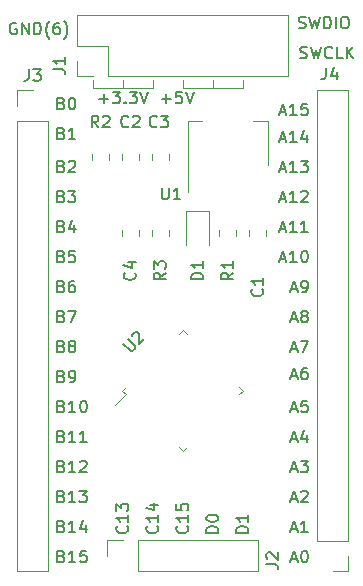
<source format=gbr>
G04 #@! TF.GenerationSoftware,KiCad,Pcbnew,(5.1.0)-1*
G04 #@! TF.CreationDate,2019-04-26T16:32:53+08:00*
G04 #@! TF.ProjectId,stm32,73746d33-322e-46b6-9963-61645f706362,rev?*
G04 #@! TF.SameCoordinates,Original*
G04 #@! TF.FileFunction,Legend,Top*
G04 #@! TF.FilePolarity,Positive*
%FSLAX46Y46*%
G04 Gerber Fmt 4.6, Leading zero omitted, Abs format (unit mm)*
G04 Created by KiCad (PCBNEW (5.1.0)-1) date 2019-04-26 16:32:53*
%MOMM*%
%LPD*%
G04 APERTURE LIST*
%ADD10C,0.150000*%
%ADD11C,0.120000*%
G04 APERTURE END LIST*
D10*
X137747523Y-76112666D02*
X138223714Y-76112666D01*
X137652285Y-76398380D02*
X137985619Y-75398380D01*
X138318952Y-76398380D01*
X139176095Y-76398380D02*
X138604666Y-76398380D01*
X138890380Y-76398380D02*
X138890380Y-75398380D01*
X138795142Y-75541238D01*
X138699904Y-75636476D01*
X138604666Y-75684095D01*
X140080857Y-75398380D02*
X139604666Y-75398380D01*
X139557047Y-75874571D01*
X139604666Y-75826952D01*
X139699904Y-75779333D01*
X139938000Y-75779333D01*
X140033238Y-75826952D01*
X140080857Y-75874571D01*
X140128476Y-75969809D01*
X140128476Y-76207904D01*
X140080857Y-76303142D01*
X140033238Y-76350761D01*
X139938000Y-76398380D01*
X139699904Y-76398380D01*
X139604666Y-76350761D01*
X139557047Y-76303142D01*
X137747523Y-78398666D02*
X138223714Y-78398666D01*
X137652285Y-78684380D02*
X137985619Y-77684380D01*
X138318952Y-78684380D01*
X139176095Y-78684380D02*
X138604666Y-78684380D01*
X138890380Y-78684380D02*
X138890380Y-77684380D01*
X138795142Y-77827238D01*
X138699904Y-77922476D01*
X138604666Y-77970095D01*
X140033238Y-78017714D02*
X140033238Y-78684380D01*
X139795142Y-77636761D02*
X139557047Y-78351047D01*
X140176095Y-78351047D01*
X137747523Y-80938666D02*
X138223714Y-80938666D01*
X137652285Y-81224380D02*
X137985619Y-80224380D01*
X138318952Y-81224380D01*
X139176095Y-81224380D02*
X138604666Y-81224380D01*
X138890380Y-81224380D02*
X138890380Y-80224380D01*
X138795142Y-80367238D01*
X138699904Y-80462476D01*
X138604666Y-80510095D01*
X139509428Y-80224380D02*
X140128476Y-80224380D01*
X139795142Y-80605333D01*
X139938000Y-80605333D01*
X140033238Y-80652952D01*
X140080857Y-80700571D01*
X140128476Y-80795809D01*
X140128476Y-81033904D01*
X140080857Y-81129142D01*
X140033238Y-81176761D01*
X139938000Y-81224380D01*
X139652285Y-81224380D01*
X139557047Y-81176761D01*
X139509428Y-81129142D01*
X137747523Y-83478666D02*
X138223714Y-83478666D01*
X137652285Y-83764380D02*
X137985619Y-82764380D01*
X138318952Y-83764380D01*
X139176095Y-83764380D02*
X138604666Y-83764380D01*
X138890380Y-83764380D02*
X138890380Y-82764380D01*
X138795142Y-82907238D01*
X138699904Y-83002476D01*
X138604666Y-83050095D01*
X139557047Y-82859619D02*
X139604666Y-82812000D01*
X139699904Y-82764380D01*
X139938000Y-82764380D01*
X140033238Y-82812000D01*
X140080857Y-82859619D01*
X140128476Y-82954857D01*
X140128476Y-83050095D01*
X140080857Y-83192952D01*
X139509428Y-83764380D01*
X140128476Y-83764380D01*
X137747523Y-86018666D02*
X138223714Y-86018666D01*
X137652285Y-86304380D02*
X137985619Y-85304380D01*
X138318952Y-86304380D01*
X139176095Y-86304380D02*
X138604666Y-86304380D01*
X138890380Y-86304380D02*
X138890380Y-85304380D01*
X138795142Y-85447238D01*
X138699904Y-85542476D01*
X138604666Y-85590095D01*
X140128476Y-86304380D02*
X139557047Y-86304380D01*
X139842761Y-86304380D02*
X139842761Y-85304380D01*
X139747523Y-85447238D01*
X139652285Y-85542476D01*
X139557047Y-85590095D01*
X137747523Y-88558666D02*
X138223714Y-88558666D01*
X137652285Y-88844380D02*
X137985619Y-87844380D01*
X138318952Y-88844380D01*
X139176095Y-88844380D02*
X138604666Y-88844380D01*
X138890380Y-88844380D02*
X138890380Y-87844380D01*
X138795142Y-87987238D01*
X138699904Y-88082476D01*
X138604666Y-88130095D01*
X139795142Y-87844380D02*
X139890380Y-87844380D01*
X139985619Y-87892000D01*
X140033238Y-87939619D01*
X140080857Y-88034857D01*
X140128476Y-88225333D01*
X140128476Y-88463428D01*
X140080857Y-88653904D01*
X140033238Y-88749142D01*
X139985619Y-88796761D01*
X139890380Y-88844380D01*
X139795142Y-88844380D01*
X139699904Y-88796761D01*
X139652285Y-88749142D01*
X139604666Y-88653904D01*
X139557047Y-88463428D01*
X139557047Y-88225333D01*
X139604666Y-88034857D01*
X139652285Y-87939619D01*
X139699904Y-87892000D01*
X139795142Y-87844380D01*
X138699905Y-91098666D02*
X139176095Y-91098666D01*
X138604667Y-91384380D02*
X138938000Y-90384380D01*
X139271333Y-91384380D01*
X139652286Y-91384380D02*
X139842762Y-91384380D01*
X139938000Y-91336761D01*
X139985619Y-91289142D01*
X140080857Y-91146285D01*
X140128476Y-90955809D01*
X140128476Y-90574857D01*
X140080857Y-90479619D01*
X140033238Y-90432000D01*
X139938000Y-90384380D01*
X139747524Y-90384380D01*
X139652286Y-90432000D01*
X139604667Y-90479619D01*
X139557048Y-90574857D01*
X139557048Y-90812952D01*
X139604667Y-90908190D01*
X139652286Y-90955809D01*
X139747524Y-91003428D01*
X139938000Y-91003428D01*
X140033238Y-90955809D01*
X140080857Y-90908190D01*
X140128476Y-90812952D01*
X138699905Y-93638666D02*
X139176095Y-93638666D01*
X138604667Y-93924380D02*
X138938000Y-92924380D01*
X139271333Y-93924380D01*
X139747524Y-93352952D02*
X139652286Y-93305333D01*
X139604667Y-93257714D01*
X139557048Y-93162476D01*
X139557048Y-93114857D01*
X139604667Y-93019619D01*
X139652286Y-92972000D01*
X139747524Y-92924380D01*
X139938000Y-92924380D01*
X140033238Y-92972000D01*
X140080857Y-93019619D01*
X140128476Y-93114857D01*
X140128476Y-93162476D01*
X140080857Y-93257714D01*
X140033238Y-93305333D01*
X139938000Y-93352952D01*
X139747524Y-93352952D01*
X139652286Y-93400571D01*
X139604667Y-93448190D01*
X139557048Y-93543428D01*
X139557048Y-93733904D01*
X139604667Y-93829142D01*
X139652286Y-93876761D01*
X139747524Y-93924380D01*
X139938000Y-93924380D01*
X140033238Y-93876761D01*
X140080857Y-93829142D01*
X140128476Y-93733904D01*
X140128476Y-93543428D01*
X140080857Y-93448190D01*
X140033238Y-93400571D01*
X139938000Y-93352952D01*
X138699905Y-96178666D02*
X139176095Y-96178666D01*
X138604667Y-96464380D02*
X138938000Y-95464380D01*
X139271333Y-96464380D01*
X139509429Y-95464380D02*
X140176095Y-95464380D01*
X139747524Y-96464380D01*
X138699905Y-98464666D02*
X139176095Y-98464666D01*
X138604667Y-98750380D02*
X138938000Y-97750380D01*
X139271333Y-98750380D01*
X140033238Y-97750380D02*
X139842762Y-97750380D01*
X139747524Y-97798000D01*
X139699905Y-97845619D01*
X139604667Y-97988476D01*
X139557048Y-98178952D01*
X139557048Y-98559904D01*
X139604667Y-98655142D01*
X139652286Y-98702761D01*
X139747524Y-98750380D01*
X139938000Y-98750380D01*
X140033238Y-98702761D01*
X140080857Y-98655142D01*
X140128476Y-98559904D01*
X140128476Y-98321809D01*
X140080857Y-98226571D01*
X140033238Y-98178952D01*
X139938000Y-98131333D01*
X139747524Y-98131333D01*
X139652286Y-98178952D01*
X139604667Y-98226571D01*
X139557048Y-98321809D01*
X138699905Y-101258666D02*
X139176095Y-101258666D01*
X138604667Y-101544380D02*
X138938000Y-100544380D01*
X139271333Y-101544380D01*
X140080857Y-100544380D02*
X139604667Y-100544380D01*
X139557048Y-101020571D01*
X139604667Y-100972952D01*
X139699905Y-100925333D01*
X139938000Y-100925333D01*
X140033238Y-100972952D01*
X140080857Y-101020571D01*
X140128476Y-101115809D01*
X140128476Y-101353904D01*
X140080857Y-101449142D01*
X140033238Y-101496761D01*
X139938000Y-101544380D01*
X139699905Y-101544380D01*
X139604667Y-101496761D01*
X139557048Y-101449142D01*
X138699905Y-103798666D02*
X139176095Y-103798666D01*
X138604667Y-104084380D02*
X138938000Y-103084380D01*
X139271333Y-104084380D01*
X140033238Y-103417714D02*
X140033238Y-104084380D01*
X139795143Y-103036761D02*
X139557048Y-103751047D01*
X140176095Y-103751047D01*
X138699905Y-106338666D02*
X139176095Y-106338666D01*
X138604667Y-106624380D02*
X138938000Y-105624380D01*
X139271333Y-106624380D01*
X139509429Y-105624380D02*
X140128476Y-105624380D01*
X139795143Y-106005333D01*
X139938000Y-106005333D01*
X140033238Y-106052952D01*
X140080857Y-106100571D01*
X140128476Y-106195809D01*
X140128476Y-106433904D01*
X140080857Y-106529142D01*
X140033238Y-106576761D01*
X139938000Y-106624380D01*
X139652286Y-106624380D01*
X139557048Y-106576761D01*
X139509429Y-106529142D01*
X138699905Y-108878666D02*
X139176095Y-108878666D01*
X138604667Y-109164380D02*
X138938000Y-108164380D01*
X139271333Y-109164380D01*
X139557048Y-108259619D02*
X139604667Y-108212000D01*
X139699905Y-108164380D01*
X139938000Y-108164380D01*
X140033238Y-108212000D01*
X140080857Y-108259619D01*
X140128476Y-108354857D01*
X140128476Y-108450095D01*
X140080857Y-108592952D01*
X139509429Y-109164380D01*
X140128476Y-109164380D01*
X138699905Y-111418666D02*
X139176095Y-111418666D01*
X138604667Y-111704380D02*
X138938000Y-110704380D01*
X139271333Y-111704380D01*
X140128476Y-111704380D02*
X139557048Y-111704380D01*
X139842762Y-111704380D02*
X139842762Y-110704380D01*
X139747524Y-110847238D01*
X139652286Y-110942476D01*
X139557048Y-110990095D01*
X138699905Y-113958666D02*
X139176095Y-113958666D01*
X138604667Y-114244380D02*
X138938000Y-113244380D01*
X139271333Y-114244380D01*
X139795143Y-113244380D02*
X139890381Y-113244380D01*
X139985619Y-113292000D01*
X140033238Y-113339619D01*
X140080857Y-113434857D01*
X140128476Y-113625333D01*
X140128476Y-113863428D01*
X140080857Y-114053904D01*
X140033238Y-114149142D01*
X139985619Y-114196761D01*
X139890381Y-114244380D01*
X139795143Y-114244380D01*
X139699905Y-114196761D01*
X139652286Y-114149142D01*
X139604667Y-114053904D01*
X139557048Y-113863428D01*
X139557048Y-113625333D01*
X139604667Y-113434857D01*
X139652286Y-113339619D01*
X139699905Y-113292000D01*
X139795143Y-113244380D01*
X129897142Y-111164666D02*
X129944761Y-111212285D01*
X129992380Y-111355142D01*
X129992380Y-111450380D01*
X129944761Y-111593237D01*
X129849523Y-111688475D01*
X129754285Y-111736094D01*
X129563809Y-111783713D01*
X129420952Y-111783713D01*
X129230476Y-111736094D01*
X129135238Y-111688475D01*
X129040000Y-111593237D01*
X128992380Y-111450380D01*
X128992380Y-111355142D01*
X129040000Y-111212285D01*
X129087619Y-111164666D01*
X129992380Y-110212285D02*
X129992380Y-110783713D01*
X129992380Y-110497999D02*
X128992380Y-110497999D01*
X129135238Y-110593237D01*
X129230476Y-110688475D01*
X129278095Y-110783713D01*
X128992380Y-109307523D02*
X128992380Y-109783713D01*
X129468571Y-109831332D01*
X129420952Y-109783713D01*
X129373333Y-109688475D01*
X129373333Y-109450380D01*
X129420952Y-109355142D01*
X129468571Y-109307523D01*
X129563809Y-109259904D01*
X129801904Y-109259904D01*
X129897142Y-109307523D01*
X129944761Y-109355142D01*
X129992380Y-109450380D01*
X129992380Y-109688475D01*
X129944761Y-109783713D01*
X129897142Y-109831332D01*
X127357142Y-111164666D02*
X127404761Y-111212285D01*
X127452380Y-111355142D01*
X127452380Y-111450380D01*
X127404761Y-111593237D01*
X127309523Y-111688475D01*
X127214285Y-111736094D01*
X127023809Y-111783713D01*
X126880952Y-111783713D01*
X126690476Y-111736094D01*
X126595238Y-111688475D01*
X126500000Y-111593237D01*
X126452380Y-111450380D01*
X126452380Y-111355142D01*
X126500000Y-111212285D01*
X126547619Y-111164666D01*
X127452380Y-110212285D02*
X127452380Y-110783713D01*
X127452380Y-110497999D02*
X126452380Y-110497999D01*
X126595238Y-110593237D01*
X126690476Y-110688475D01*
X126738095Y-110783713D01*
X126785714Y-109355142D02*
X127452380Y-109355142D01*
X126404761Y-109593237D02*
X127119047Y-109831332D01*
X127119047Y-109212285D01*
X124817142Y-111164666D02*
X124864761Y-111212285D01*
X124912380Y-111355142D01*
X124912380Y-111450380D01*
X124864761Y-111593237D01*
X124769523Y-111688475D01*
X124674285Y-111736094D01*
X124483809Y-111783713D01*
X124340952Y-111783713D01*
X124150476Y-111736094D01*
X124055238Y-111688475D01*
X123960000Y-111593237D01*
X123912380Y-111450380D01*
X123912380Y-111355142D01*
X123960000Y-111212285D01*
X124007619Y-111164666D01*
X124912380Y-110212285D02*
X124912380Y-110783713D01*
X124912380Y-110497999D02*
X123912380Y-110497999D01*
X124055238Y-110593237D01*
X124150476Y-110688475D01*
X124198095Y-110783713D01*
X123912380Y-109878951D02*
X123912380Y-109259904D01*
X124293333Y-109593237D01*
X124293333Y-109450380D01*
X124340952Y-109355142D01*
X124388571Y-109307523D01*
X124483809Y-109259904D01*
X124721904Y-109259904D01*
X124817142Y-109307523D01*
X124864761Y-109355142D01*
X124912380Y-109450380D01*
X124912380Y-109736094D01*
X124864761Y-109831332D01*
X124817142Y-109878951D01*
X135072380Y-111736095D02*
X134072380Y-111736095D01*
X134072380Y-111498000D01*
X134120000Y-111355142D01*
X134215238Y-111259904D01*
X134310476Y-111212285D01*
X134500952Y-111164666D01*
X134643809Y-111164666D01*
X134834285Y-111212285D01*
X134929523Y-111259904D01*
X135024761Y-111355142D01*
X135072380Y-111498000D01*
X135072380Y-111736095D01*
X135072380Y-110212285D02*
X135072380Y-110783714D01*
X135072380Y-110498000D02*
X134072380Y-110498000D01*
X134215238Y-110593238D01*
X134310476Y-110688476D01*
X134358095Y-110783714D01*
X132532380Y-111736095D02*
X131532380Y-111736095D01*
X131532380Y-111498000D01*
X131580000Y-111355142D01*
X131675238Y-111259904D01*
X131770476Y-111212285D01*
X131960952Y-111164666D01*
X132103809Y-111164666D01*
X132294285Y-111212285D01*
X132389523Y-111259904D01*
X132484761Y-111355142D01*
X132532380Y-111498000D01*
X132532380Y-111736095D01*
X131532380Y-110545619D02*
X131532380Y-110450380D01*
X131580000Y-110355142D01*
X131627619Y-110307523D01*
X131722857Y-110259904D01*
X131913333Y-110212285D01*
X132151428Y-110212285D01*
X132341904Y-110259904D01*
X132437142Y-110307523D01*
X132484761Y-110355142D01*
X132532380Y-110450380D01*
X132532380Y-110545619D01*
X132484761Y-110640857D01*
X132437142Y-110688476D01*
X132341904Y-110736095D01*
X132151428Y-110783714D01*
X131913333Y-110783714D01*
X131722857Y-110736095D01*
X131627619Y-110688476D01*
X131580000Y-110640857D01*
X131532380Y-110545619D01*
X119261047Y-113720571D02*
X119403904Y-113768190D01*
X119451523Y-113815809D01*
X119499142Y-113911047D01*
X119499142Y-114053904D01*
X119451523Y-114149142D01*
X119403904Y-114196761D01*
X119308666Y-114244380D01*
X118927714Y-114244380D01*
X118927714Y-113244380D01*
X119261047Y-113244380D01*
X119356285Y-113292000D01*
X119403904Y-113339619D01*
X119451523Y-113434857D01*
X119451523Y-113530095D01*
X119403904Y-113625333D01*
X119356285Y-113672952D01*
X119261047Y-113720571D01*
X118927714Y-113720571D01*
X120451523Y-114244380D02*
X119880095Y-114244380D01*
X120165809Y-114244380D02*
X120165809Y-113244380D01*
X120070571Y-113387238D01*
X119975333Y-113482476D01*
X119880095Y-113530095D01*
X121356285Y-113244380D02*
X120880095Y-113244380D01*
X120832476Y-113720571D01*
X120880095Y-113672952D01*
X120975333Y-113625333D01*
X121213428Y-113625333D01*
X121308666Y-113672952D01*
X121356285Y-113720571D01*
X121403904Y-113815809D01*
X121403904Y-114053904D01*
X121356285Y-114149142D01*
X121308666Y-114196761D01*
X121213428Y-114244380D01*
X120975333Y-114244380D01*
X120880095Y-114196761D01*
X120832476Y-114149142D01*
X119261047Y-111180571D02*
X119403904Y-111228190D01*
X119451523Y-111275809D01*
X119499142Y-111371047D01*
X119499142Y-111513904D01*
X119451523Y-111609142D01*
X119403904Y-111656761D01*
X119308666Y-111704380D01*
X118927714Y-111704380D01*
X118927714Y-110704380D01*
X119261047Y-110704380D01*
X119356285Y-110752000D01*
X119403904Y-110799619D01*
X119451523Y-110894857D01*
X119451523Y-110990095D01*
X119403904Y-111085333D01*
X119356285Y-111132952D01*
X119261047Y-111180571D01*
X118927714Y-111180571D01*
X120451523Y-111704380D02*
X119880095Y-111704380D01*
X120165809Y-111704380D02*
X120165809Y-110704380D01*
X120070571Y-110847238D01*
X119975333Y-110942476D01*
X119880095Y-110990095D01*
X121308666Y-111037714D02*
X121308666Y-111704380D01*
X121070571Y-110656761D02*
X120832476Y-111371047D01*
X121451523Y-111371047D01*
X119261047Y-108640571D02*
X119403904Y-108688190D01*
X119451523Y-108735809D01*
X119499142Y-108831047D01*
X119499142Y-108973904D01*
X119451523Y-109069142D01*
X119403904Y-109116761D01*
X119308666Y-109164380D01*
X118927714Y-109164380D01*
X118927714Y-108164380D01*
X119261047Y-108164380D01*
X119356285Y-108212000D01*
X119403904Y-108259619D01*
X119451523Y-108354857D01*
X119451523Y-108450095D01*
X119403904Y-108545333D01*
X119356285Y-108592952D01*
X119261047Y-108640571D01*
X118927714Y-108640571D01*
X120451523Y-109164380D02*
X119880095Y-109164380D01*
X120165809Y-109164380D02*
X120165809Y-108164380D01*
X120070571Y-108307238D01*
X119975333Y-108402476D01*
X119880095Y-108450095D01*
X120784857Y-108164380D02*
X121403904Y-108164380D01*
X121070571Y-108545333D01*
X121213428Y-108545333D01*
X121308666Y-108592952D01*
X121356285Y-108640571D01*
X121403904Y-108735809D01*
X121403904Y-108973904D01*
X121356285Y-109069142D01*
X121308666Y-109116761D01*
X121213428Y-109164380D01*
X120927714Y-109164380D01*
X120832476Y-109116761D01*
X120784857Y-109069142D01*
X119261047Y-106100571D02*
X119403904Y-106148190D01*
X119451523Y-106195809D01*
X119499142Y-106291047D01*
X119499142Y-106433904D01*
X119451523Y-106529142D01*
X119403904Y-106576761D01*
X119308666Y-106624380D01*
X118927714Y-106624380D01*
X118927714Y-105624380D01*
X119261047Y-105624380D01*
X119356285Y-105672000D01*
X119403904Y-105719619D01*
X119451523Y-105814857D01*
X119451523Y-105910095D01*
X119403904Y-106005333D01*
X119356285Y-106052952D01*
X119261047Y-106100571D01*
X118927714Y-106100571D01*
X120451523Y-106624380D02*
X119880095Y-106624380D01*
X120165809Y-106624380D02*
X120165809Y-105624380D01*
X120070571Y-105767238D01*
X119975333Y-105862476D01*
X119880095Y-105910095D01*
X120832476Y-105719619D02*
X120880095Y-105672000D01*
X120975333Y-105624380D01*
X121213428Y-105624380D01*
X121308666Y-105672000D01*
X121356285Y-105719619D01*
X121403904Y-105814857D01*
X121403904Y-105910095D01*
X121356285Y-106052952D01*
X120784857Y-106624380D01*
X121403904Y-106624380D01*
X119261047Y-103560571D02*
X119403904Y-103608190D01*
X119451523Y-103655809D01*
X119499142Y-103751047D01*
X119499142Y-103893904D01*
X119451523Y-103989142D01*
X119403904Y-104036761D01*
X119308666Y-104084380D01*
X118927714Y-104084380D01*
X118927714Y-103084380D01*
X119261047Y-103084380D01*
X119356285Y-103132000D01*
X119403904Y-103179619D01*
X119451523Y-103274857D01*
X119451523Y-103370095D01*
X119403904Y-103465333D01*
X119356285Y-103512952D01*
X119261047Y-103560571D01*
X118927714Y-103560571D01*
X120451523Y-104084380D02*
X119880095Y-104084380D01*
X120165809Y-104084380D02*
X120165809Y-103084380D01*
X120070571Y-103227238D01*
X119975333Y-103322476D01*
X119880095Y-103370095D01*
X121403904Y-104084380D02*
X120832476Y-104084380D01*
X121118190Y-104084380D02*
X121118190Y-103084380D01*
X121022952Y-103227238D01*
X120927714Y-103322476D01*
X120832476Y-103370095D01*
X119261047Y-101020571D02*
X119403904Y-101068190D01*
X119451523Y-101115809D01*
X119499142Y-101211047D01*
X119499142Y-101353904D01*
X119451523Y-101449142D01*
X119403904Y-101496761D01*
X119308666Y-101544380D01*
X118927714Y-101544380D01*
X118927714Y-100544380D01*
X119261047Y-100544380D01*
X119356285Y-100592000D01*
X119403904Y-100639619D01*
X119451523Y-100734857D01*
X119451523Y-100830095D01*
X119403904Y-100925333D01*
X119356285Y-100972952D01*
X119261047Y-101020571D01*
X118927714Y-101020571D01*
X120451523Y-101544380D02*
X119880095Y-101544380D01*
X120165809Y-101544380D02*
X120165809Y-100544380D01*
X120070571Y-100687238D01*
X119975333Y-100782476D01*
X119880095Y-100830095D01*
X121070571Y-100544380D02*
X121165809Y-100544380D01*
X121261047Y-100592000D01*
X121308666Y-100639619D01*
X121356285Y-100734857D01*
X121403904Y-100925333D01*
X121403904Y-101163428D01*
X121356285Y-101353904D01*
X121308666Y-101449142D01*
X121261047Y-101496761D01*
X121165809Y-101544380D01*
X121070571Y-101544380D01*
X120975333Y-101496761D01*
X120927714Y-101449142D01*
X120880095Y-101353904D01*
X120832476Y-101163428D01*
X120832476Y-100925333D01*
X120880095Y-100734857D01*
X120927714Y-100639619D01*
X120975333Y-100592000D01*
X121070571Y-100544380D01*
X119261047Y-98480571D02*
X119403904Y-98528190D01*
X119451523Y-98575809D01*
X119499142Y-98671047D01*
X119499142Y-98813904D01*
X119451523Y-98909142D01*
X119403904Y-98956761D01*
X119308666Y-99004380D01*
X118927713Y-99004380D01*
X118927713Y-98004380D01*
X119261047Y-98004380D01*
X119356285Y-98052000D01*
X119403904Y-98099619D01*
X119451523Y-98194857D01*
X119451523Y-98290095D01*
X119403904Y-98385333D01*
X119356285Y-98432952D01*
X119261047Y-98480571D01*
X118927713Y-98480571D01*
X119975332Y-99004380D02*
X120165809Y-99004380D01*
X120261047Y-98956761D01*
X120308666Y-98909142D01*
X120403904Y-98766285D01*
X120451523Y-98575809D01*
X120451523Y-98194857D01*
X120403904Y-98099619D01*
X120356285Y-98052000D01*
X120261047Y-98004380D01*
X120070570Y-98004380D01*
X119975332Y-98052000D01*
X119927713Y-98099619D01*
X119880094Y-98194857D01*
X119880094Y-98432952D01*
X119927713Y-98528190D01*
X119975332Y-98575809D01*
X120070570Y-98623428D01*
X120261047Y-98623428D01*
X120356285Y-98575809D01*
X120403904Y-98528190D01*
X120451523Y-98432952D01*
X119261047Y-95940571D02*
X119403904Y-95988190D01*
X119451523Y-96035809D01*
X119499142Y-96131047D01*
X119499142Y-96273904D01*
X119451523Y-96369142D01*
X119403904Y-96416761D01*
X119308666Y-96464380D01*
X118927713Y-96464380D01*
X118927713Y-95464380D01*
X119261047Y-95464380D01*
X119356285Y-95512000D01*
X119403904Y-95559619D01*
X119451523Y-95654857D01*
X119451523Y-95750095D01*
X119403904Y-95845333D01*
X119356285Y-95892952D01*
X119261047Y-95940571D01*
X118927713Y-95940571D01*
X120070570Y-95892952D02*
X119975332Y-95845333D01*
X119927713Y-95797714D01*
X119880094Y-95702476D01*
X119880094Y-95654857D01*
X119927713Y-95559619D01*
X119975332Y-95512000D01*
X120070570Y-95464380D01*
X120261047Y-95464380D01*
X120356285Y-95512000D01*
X120403904Y-95559619D01*
X120451523Y-95654857D01*
X120451523Y-95702476D01*
X120403904Y-95797714D01*
X120356285Y-95845333D01*
X120261047Y-95892952D01*
X120070570Y-95892952D01*
X119975332Y-95940571D01*
X119927713Y-95988190D01*
X119880094Y-96083428D01*
X119880094Y-96273904D01*
X119927713Y-96369142D01*
X119975332Y-96416761D01*
X120070570Y-96464380D01*
X120261047Y-96464380D01*
X120356285Y-96416761D01*
X120403904Y-96369142D01*
X120451523Y-96273904D01*
X120451523Y-96083428D01*
X120403904Y-95988190D01*
X120356285Y-95940571D01*
X120261047Y-95892952D01*
X119261047Y-93400571D02*
X119403904Y-93448190D01*
X119451523Y-93495809D01*
X119499142Y-93591047D01*
X119499142Y-93733904D01*
X119451523Y-93829142D01*
X119403904Y-93876761D01*
X119308666Y-93924380D01*
X118927713Y-93924380D01*
X118927713Y-92924380D01*
X119261047Y-92924380D01*
X119356285Y-92972000D01*
X119403904Y-93019619D01*
X119451523Y-93114857D01*
X119451523Y-93210095D01*
X119403904Y-93305333D01*
X119356285Y-93352952D01*
X119261047Y-93400571D01*
X118927713Y-93400571D01*
X119832475Y-92924380D02*
X120499142Y-92924380D01*
X120070570Y-93924380D01*
X119261047Y-90860571D02*
X119403904Y-90908190D01*
X119451523Y-90955809D01*
X119499142Y-91051047D01*
X119499142Y-91193904D01*
X119451523Y-91289142D01*
X119403904Y-91336761D01*
X119308666Y-91384380D01*
X118927713Y-91384380D01*
X118927713Y-90384380D01*
X119261047Y-90384380D01*
X119356285Y-90432000D01*
X119403904Y-90479619D01*
X119451523Y-90574857D01*
X119451523Y-90670095D01*
X119403904Y-90765333D01*
X119356285Y-90812952D01*
X119261047Y-90860571D01*
X118927713Y-90860571D01*
X120356285Y-90384380D02*
X120165809Y-90384380D01*
X120070570Y-90432000D01*
X120022951Y-90479619D01*
X119927713Y-90622476D01*
X119880094Y-90812952D01*
X119880094Y-91193904D01*
X119927713Y-91289142D01*
X119975332Y-91336761D01*
X120070570Y-91384380D01*
X120261047Y-91384380D01*
X120356285Y-91336761D01*
X120403904Y-91289142D01*
X120451523Y-91193904D01*
X120451523Y-90955809D01*
X120403904Y-90860571D01*
X120356285Y-90812952D01*
X120261047Y-90765333D01*
X120070570Y-90765333D01*
X119975332Y-90812952D01*
X119927713Y-90860571D01*
X119880094Y-90955809D01*
X119261047Y-88320571D02*
X119403904Y-88368190D01*
X119451523Y-88415809D01*
X119499142Y-88511047D01*
X119499142Y-88653904D01*
X119451523Y-88749142D01*
X119403904Y-88796761D01*
X119308666Y-88844380D01*
X118927713Y-88844380D01*
X118927713Y-87844380D01*
X119261047Y-87844380D01*
X119356285Y-87892000D01*
X119403904Y-87939619D01*
X119451523Y-88034857D01*
X119451523Y-88130095D01*
X119403904Y-88225333D01*
X119356285Y-88272952D01*
X119261047Y-88320571D01*
X118927713Y-88320571D01*
X120403904Y-87844380D02*
X119927713Y-87844380D01*
X119880094Y-88320571D01*
X119927713Y-88272952D01*
X120022951Y-88225333D01*
X120261047Y-88225333D01*
X120356285Y-88272952D01*
X120403904Y-88320571D01*
X120451523Y-88415809D01*
X120451523Y-88653904D01*
X120403904Y-88749142D01*
X120356285Y-88796761D01*
X120261047Y-88844380D01*
X120022951Y-88844380D01*
X119927713Y-88796761D01*
X119880094Y-88749142D01*
X119261047Y-85780571D02*
X119403904Y-85828190D01*
X119451523Y-85875809D01*
X119499142Y-85971047D01*
X119499142Y-86113904D01*
X119451523Y-86209142D01*
X119403904Y-86256761D01*
X119308666Y-86304380D01*
X118927713Y-86304380D01*
X118927713Y-85304380D01*
X119261047Y-85304380D01*
X119356285Y-85352000D01*
X119403904Y-85399619D01*
X119451523Y-85494857D01*
X119451523Y-85590095D01*
X119403904Y-85685333D01*
X119356285Y-85732952D01*
X119261047Y-85780571D01*
X118927713Y-85780571D01*
X120356285Y-85637714D02*
X120356285Y-86304380D01*
X120118189Y-85256761D02*
X119880094Y-85971047D01*
X120499142Y-85971047D01*
X119261047Y-83240571D02*
X119403904Y-83288190D01*
X119451523Y-83335809D01*
X119499142Y-83431047D01*
X119499142Y-83573904D01*
X119451523Y-83669142D01*
X119403904Y-83716761D01*
X119308666Y-83764380D01*
X118927713Y-83764380D01*
X118927713Y-82764380D01*
X119261047Y-82764380D01*
X119356285Y-82812000D01*
X119403904Y-82859619D01*
X119451523Y-82954857D01*
X119451523Y-83050095D01*
X119403904Y-83145333D01*
X119356285Y-83192952D01*
X119261047Y-83240571D01*
X118927713Y-83240571D01*
X119832475Y-82764380D02*
X120451523Y-82764380D01*
X120118189Y-83145333D01*
X120261047Y-83145333D01*
X120356285Y-83192952D01*
X120403904Y-83240571D01*
X120451523Y-83335809D01*
X120451523Y-83573904D01*
X120403904Y-83669142D01*
X120356285Y-83716761D01*
X120261047Y-83764380D01*
X119975332Y-83764380D01*
X119880094Y-83716761D01*
X119832475Y-83669142D01*
X119261047Y-80700571D02*
X119403904Y-80748190D01*
X119451523Y-80795809D01*
X119499142Y-80891047D01*
X119499142Y-81033904D01*
X119451523Y-81129142D01*
X119403904Y-81176761D01*
X119308666Y-81224380D01*
X118927713Y-81224380D01*
X118927713Y-80224380D01*
X119261047Y-80224380D01*
X119356285Y-80272000D01*
X119403904Y-80319619D01*
X119451523Y-80414857D01*
X119451523Y-80510095D01*
X119403904Y-80605333D01*
X119356285Y-80652952D01*
X119261047Y-80700571D01*
X118927713Y-80700571D01*
X119880094Y-80319619D02*
X119927713Y-80272000D01*
X120022951Y-80224380D01*
X120261047Y-80224380D01*
X120356285Y-80272000D01*
X120403904Y-80319619D01*
X120451523Y-80414857D01*
X120451523Y-80510095D01*
X120403904Y-80652952D01*
X119832475Y-81224380D01*
X120451523Y-81224380D01*
X119261047Y-77906571D02*
X119403904Y-77954190D01*
X119451523Y-78001809D01*
X119499142Y-78097047D01*
X119499142Y-78239904D01*
X119451523Y-78335142D01*
X119403904Y-78382761D01*
X119308666Y-78430380D01*
X118927713Y-78430380D01*
X118927713Y-77430380D01*
X119261047Y-77430380D01*
X119356285Y-77478000D01*
X119403904Y-77525619D01*
X119451523Y-77620857D01*
X119451523Y-77716095D01*
X119403904Y-77811333D01*
X119356285Y-77858952D01*
X119261047Y-77906571D01*
X118927713Y-77906571D01*
X120451523Y-78430380D02*
X119880094Y-78430380D01*
X120165809Y-78430380D02*
X120165809Y-77430380D01*
X120070570Y-77573238D01*
X119975332Y-77668476D01*
X119880094Y-77716095D01*
X119261047Y-75366571D02*
X119403904Y-75414190D01*
X119451523Y-75461809D01*
X119499142Y-75557047D01*
X119499142Y-75699904D01*
X119451523Y-75795142D01*
X119403904Y-75842761D01*
X119308666Y-75890380D01*
X118927713Y-75890380D01*
X118927713Y-74890380D01*
X119261047Y-74890380D01*
X119356285Y-74938000D01*
X119403904Y-74985619D01*
X119451523Y-75080857D01*
X119451523Y-75176095D01*
X119403904Y-75271333D01*
X119356285Y-75318952D01*
X119261047Y-75366571D01*
X118927713Y-75366571D01*
X120118189Y-74890380D02*
X120213428Y-74890380D01*
X120308666Y-74938000D01*
X120356285Y-74985619D01*
X120403904Y-75080857D01*
X120451523Y-75271333D01*
X120451523Y-75509428D01*
X120403904Y-75699904D01*
X120356285Y-75795142D01*
X120308666Y-75842761D01*
X120213428Y-75890380D01*
X120118189Y-75890380D01*
X120022951Y-75842761D01*
X119975332Y-75795142D01*
X119927713Y-75699904D01*
X119880094Y-75509428D01*
X119880094Y-75271333D01*
X119927713Y-75080857D01*
X119975332Y-74985619D01*
X120022951Y-74938000D01*
X120118189Y-74890380D01*
X115443238Y-68588000D02*
X115348000Y-68540380D01*
X115205142Y-68540380D01*
X115062285Y-68588000D01*
X114967047Y-68683238D01*
X114919428Y-68778476D01*
X114871809Y-68968952D01*
X114871809Y-69111809D01*
X114919428Y-69302285D01*
X114967047Y-69397523D01*
X115062285Y-69492761D01*
X115205142Y-69540380D01*
X115300380Y-69540380D01*
X115443238Y-69492761D01*
X115490857Y-69445142D01*
X115490857Y-69111809D01*
X115300380Y-69111809D01*
X115919428Y-69540380D02*
X115919428Y-68540380D01*
X116490857Y-69540380D01*
X116490857Y-68540380D01*
X116967047Y-69540380D02*
X116967047Y-68540380D01*
X117205142Y-68540380D01*
X117348000Y-68588000D01*
X117443238Y-68683238D01*
X117490857Y-68778476D01*
X117538476Y-68968952D01*
X117538476Y-69111809D01*
X117490857Y-69302285D01*
X117443238Y-69397523D01*
X117348000Y-69492761D01*
X117205142Y-69540380D01*
X116967047Y-69540380D01*
X118252761Y-69921333D02*
X118205142Y-69873714D01*
X118109904Y-69730857D01*
X118062285Y-69635619D01*
X118014666Y-69492761D01*
X117967047Y-69254666D01*
X117967047Y-69064190D01*
X118014666Y-68826095D01*
X118062285Y-68683238D01*
X118109904Y-68588000D01*
X118205142Y-68445142D01*
X118252761Y-68397523D01*
X119062285Y-68540380D02*
X118871809Y-68540380D01*
X118776571Y-68588000D01*
X118728952Y-68635619D01*
X118633714Y-68778476D01*
X118586095Y-68968952D01*
X118586095Y-69349904D01*
X118633714Y-69445142D01*
X118681333Y-69492761D01*
X118776571Y-69540380D01*
X118967047Y-69540380D01*
X119062285Y-69492761D01*
X119109904Y-69445142D01*
X119157523Y-69349904D01*
X119157523Y-69111809D01*
X119109904Y-69016571D01*
X119062285Y-68968952D01*
X118967047Y-68921333D01*
X118776571Y-68921333D01*
X118681333Y-68968952D01*
X118633714Y-69016571D01*
X118586095Y-69111809D01*
X119490857Y-69921333D02*
X119538476Y-69873714D01*
X119633714Y-69730857D01*
X119681333Y-69635619D01*
X119728952Y-69492761D01*
X119776571Y-69254666D01*
X119776571Y-69064190D01*
X119728952Y-68826095D01*
X119681333Y-68683238D01*
X119633714Y-68588000D01*
X119538476Y-68445142D01*
X119490857Y-68397523D01*
X139470095Y-71524761D02*
X139612952Y-71572380D01*
X139851047Y-71572380D01*
X139946285Y-71524761D01*
X139993904Y-71477142D01*
X140041523Y-71381904D01*
X140041523Y-71286666D01*
X139993904Y-71191428D01*
X139946285Y-71143809D01*
X139851047Y-71096190D01*
X139660571Y-71048571D01*
X139565333Y-71000952D01*
X139517714Y-70953333D01*
X139470095Y-70858095D01*
X139470095Y-70762857D01*
X139517714Y-70667619D01*
X139565333Y-70620000D01*
X139660571Y-70572380D01*
X139898666Y-70572380D01*
X140041523Y-70620000D01*
X140374857Y-70572380D02*
X140612952Y-71572380D01*
X140803428Y-70858095D01*
X140993904Y-71572380D01*
X141232000Y-70572380D01*
X142184380Y-71477142D02*
X142136761Y-71524761D01*
X141993904Y-71572380D01*
X141898666Y-71572380D01*
X141755809Y-71524761D01*
X141660571Y-71429523D01*
X141612952Y-71334285D01*
X141565333Y-71143809D01*
X141565333Y-71000952D01*
X141612952Y-70810476D01*
X141660571Y-70715238D01*
X141755809Y-70620000D01*
X141898666Y-70572380D01*
X141993904Y-70572380D01*
X142136761Y-70620000D01*
X142184380Y-70667619D01*
X143089142Y-71572380D02*
X142612952Y-71572380D01*
X142612952Y-70572380D01*
X143422476Y-71572380D02*
X143422476Y-70572380D01*
X143993904Y-71572380D02*
X143565333Y-71000952D01*
X143993904Y-70572380D02*
X143422476Y-71143809D01*
X139358952Y-68984761D02*
X139501809Y-69032380D01*
X139739904Y-69032380D01*
X139835142Y-68984761D01*
X139882761Y-68937142D01*
X139930380Y-68841904D01*
X139930380Y-68746666D01*
X139882761Y-68651428D01*
X139835142Y-68603809D01*
X139739904Y-68556190D01*
X139549428Y-68508571D01*
X139454190Y-68460952D01*
X139406571Y-68413333D01*
X139358952Y-68318095D01*
X139358952Y-68222857D01*
X139406571Y-68127619D01*
X139454190Y-68080000D01*
X139549428Y-68032380D01*
X139787523Y-68032380D01*
X139930380Y-68080000D01*
X140263714Y-68032380D02*
X140501809Y-69032380D01*
X140692285Y-68318095D01*
X140882761Y-69032380D01*
X141120857Y-68032380D01*
X141501809Y-69032380D02*
X141501809Y-68032380D01*
X141739904Y-68032380D01*
X141882761Y-68080000D01*
X141978000Y-68175238D01*
X142025619Y-68270476D01*
X142073238Y-68460952D01*
X142073238Y-68603809D01*
X142025619Y-68794285D01*
X141978000Y-68889523D01*
X141882761Y-68984761D01*
X141739904Y-69032380D01*
X141501809Y-69032380D01*
X142501809Y-69032380D02*
X142501809Y-68032380D01*
X143168476Y-68032380D02*
X143358952Y-68032380D01*
X143454190Y-68080000D01*
X143549428Y-68175238D01*
X143597047Y-68365714D01*
X143597047Y-68699047D01*
X143549428Y-68889523D01*
X143454190Y-68984761D01*
X143358952Y-69032380D01*
X143168476Y-69032380D01*
X143073238Y-68984761D01*
X142978000Y-68889523D01*
X142930380Y-68699047D01*
X142930380Y-68365714D01*
X142978000Y-68175238D01*
X143073238Y-68080000D01*
X143168476Y-68032380D01*
X127746285Y-75001428D02*
X128508190Y-75001428D01*
X128127238Y-75382380D02*
X128127238Y-74620476D01*
X129460571Y-74382380D02*
X128984380Y-74382380D01*
X128936761Y-74858571D01*
X128984380Y-74810952D01*
X129079619Y-74763333D01*
X129317714Y-74763333D01*
X129412952Y-74810952D01*
X129460571Y-74858571D01*
X129508190Y-74953809D01*
X129508190Y-75191904D01*
X129460571Y-75287142D01*
X129412952Y-75334761D01*
X129317714Y-75382380D01*
X129079619Y-75382380D01*
X128984380Y-75334761D01*
X128936761Y-75287142D01*
X129793904Y-74382380D02*
X130127238Y-75382380D01*
X130460571Y-74382380D01*
D11*
X132080000Y-74041000D02*
X132080000Y-73406000D01*
X129540000Y-73406000D02*
X129540000Y-74041000D01*
X134620000Y-74041000D02*
X134620000Y-73406000D01*
X129540000Y-74041000D02*
X134620000Y-74041000D01*
D10*
X122460000Y-75001428D02*
X123221904Y-75001428D01*
X122840952Y-75382380D02*
X122840952Y-74620476D01*
X123602857Y-74382380D02*
X124221904Y-74382380D01*
X123888571Y-74763333D01*
X124031428Y-74763333D01*
X124126666Y-74810952D01*
X124174285Y-74858571D01*
X124221904Y-74953809D01*
X124221904Y-75191904D01*
X124174285Y-75287142D01*
X124126666Y-75334761D01*
X124031428Y-75382380D01*
X123745714Y-75382380D01*
X123650476Y-75334761D01*
X123602857Y-75287142D01*
X124650476Y-75287142D02*
X124698095Y-75334761D01*
X124650476Y-75382380D01*
X124602857Y-75334761D01*
X124650476Y-75287142D01*
X124650476Y-75382380D01*
X125031428Y-74382380D02*
X125650476Y-74382380D01*
X125317142Y-74763333D01*
X125460000Y-74763333D01*
X125555238Y-74810952D01*
X125602857Y-74858571D01*
X125650476Y-74953809D01*
X125650476Y-75191904D01*
X125602857Y-75287142D01*
X125555238Y-75334761D01*
X125460000Y-75382380D01*
X125174285Y-75382380D01*
X125079047Y-75334761D01*
X125031428Y-75287142D01*
X125936190Y-74382380D02*
X126269523Y-75382380D01*
X126602857Y-74382380D01*
D11*
X124460000Y-74041000D02*
X124460000Y-73406000D01*
X127000000Y-74041000D02*
X127000000Y-73406000D01*
X121920000Y-74041000D02*
X127000000Y-74041000D01*
X121920000Y-73406000D02*
X121920000Y-74041000D01*
X143570000Y-74235000D02*
X140910000Y-74235000D01*
X143570000Y-112395000D02*
X143570000Y-74235000D01*
X140910000Y-112395000D02*
X140910000Y-74235000D01*
X143570000Y-112395000D02*
X140910000Y-112395000D01*
X143570000Y-113665000D02*
X143570000Y-114995000D01*
X143570000Y-114995000D02*
X142240000Y-114995000D01*
X135180000Y-86098748D02*
X135180000Y-86621252D01*
X136600000Y-86098748D02*
X136600000Y-86621252D01*
X125805000Y-79621748D02*
X125805000Y-80144252D01*
X124385000Y-79621748D02*
X124385000Y-80144252D01*
X126925000Y-79621748D02*
X126925000Y-80144252D01*
X128345000Y-79621748D02*
X128345000Y-80144252D01*
X124385000Y-86621252D02*
X124385000Y-86098748D01*
X125805000Y-86621252D02*
X125805000Y-86098748D01*
X131770000Y-87360000D02*
X131770000Y-84500000D01*
X131770000Y-84500000D02*
X129850000Y-84500000D01*
X129850000Y-84500000D02*
X129850000Y-87360000D01*
X125730000Y-114995000D02*
X125730000Y-112335000D01*
X125730000Y-114995000D02*
X135950000Y-114995000D01*
X135950000Y-114995000D02*
X135950000Y-112335000D01*
X125730000Y-112335000D02*
X135950000Y-112335000D01*
X123130000Y-112335000D02*
X124460000Y-112335000D01*
X123130000Y-113665000D02*
X123130000Y-112335000D01*
X115510000Y-74235000D02*
X116840000Y-74235000D01*
X115510000Y-75565000D02*
X115510000Y-74235000D01*
X115510000Y-76835000D02*
X118170000Y-76835000D01*
X118170000Y-76835000D02*
X118170000Y-114995000D01*
X115510000Y-76835000D02*
X115510000Y-114995000D01*
X115510000Y-114995000D02*
X118170000Y-114995000D01*
X134060000Y-86098748D02*
X134060000Y-86621252D01*
X132640000Y-86098748D02*
X132640000Y-86621252D01*
X123265000Y-79621748D02*
X123265000Y-80144252D01*
X121845000Y-79621748D02*
X121845000Y-80144252D01*
X128345000Y-86621252D02*
X128345000Y-86098748D01*
X126925000Y-86621252D02*
X126925000Y-86098748D01*
X136760000Y-76830000D02*
X135500000Y-76830000D01*
X129940000Y-76830000D02*
X131200000Y-76830000D01*
X136760000Y-80590000D02*
X136760000Y-76830000D01*
X129940000Y-82840000D02*
X129940000Y-76830000D01*
X134327113Y-100013198D02*
X134645311Y-99695000D01*
X134645311Y-99695000D02*
X134327113Y-99376802D01*
X129858198Y-104482113D02*
X129540000Y-104800311D01*
X129540000Y-104800311D02*
X129221802Y-104482113D01*
X129221802Y-94907887D02*
X129540000Y-94589689D01*
X129540000Y-94589689D02*
X129858198Y-94907887D01*
X124752887Y-99376802D02*
X124434689Y-99695000D01*
X124434689Y-99695000D02*
X124752887Y-100013198D01*
X124752887Y-100013198D02*
X123840719Y-100925366D01*
X138490000Y-73085000D02*
X138490000Y-67885000D01*
X123190000Y-73085000D02*
X138490000Y-73085000D01*
X120590000Y-67885000D02*
X138490000Y-67885000D01*
X123190000Y-73085000D02*
X123190000Y-70485000D01*
X123190000Y-70485000D02*
X120590000Y-70485000D01*
X120590000Y-70485000D02*
X120590000Y-67885000D01*
X121920000Y-73085000D02*
X120590000Y-73085000D01*
X120590000Y-73085000D02*
X120590000Y-71755000D01*
D10*
X141652666Y-72350380D02*
X141652666Y-73064666D01*
X141605047Y-73207523D01*
X141509809Y-73302761D01*
X141366952Y-73350380D01*
X141271714Y-73350380D01*
X142557428Y-72683714D02*
X142557428Y-73350380D01*
X142319333Y-72302761D02*
X142081238Y-73017047D01*
X142700285Y-73017047D01*
X136247142Y-91098666D02*
X136294761Y-91146285D01*
X136342380Y-91289142D01*
X136342380Y-91384380D01*
X136294761Y-91527238D01*
X136199523Y-91622476D01*
X136104285Y-91670095D01*
X135913809Y-91717714D01*
X135770952Y-91717714D01*
X135580476Y-91670095D01*
X135485238Y-91622476D01*
X135390000Y-91527238D01*
X135342380Y-91384380D01*
X135342380Y-91289142D01*
X135390000Y-91146285D01*
X135437619Y-91098666D01*
X136342380Y-90146285D02*
X136342380Y-90717714D01*
X136342380Y-90432000D02*
X135342380Y-90432000D01*
X135485238Y-90527238D01*
X135580476Y-90622476D01*
X135628095Y-90717714D01*
X124928333Y-77319142D02*
X124880714Y-77366761D01*
X124737857Y-77414380D01*
X124642619Y-77414380D01*
X124499761Y-77366761D01*
X124404523Y-77271523D01*
X124356904Y-77176285D01*
X124309285Y-76985809D01*
X124309285Y-76842952D01*
X124356904Y-76652476D01*
X124404523Y-76557238D01*
X124499761Y-76462000D01*
X124642619Y-76414380D01*
X124737857Y-76414380D01*
X124880714Y-76462000D01*
X124928333Y-76509619D01*
X125309285Y-76509619D02*
X125356904Y-76462000D01*
X125452142Y-76414380D01*
X125690238Y-76414380D01*
X125785476Y-76462000D01*
X125833095Y-76509619D01*
X125880714Y-76604857D01*
X125880714Y-76700095D01*
X125833095Y-76842952D01*
X125261666Y-77414380D01*
X125880714Y-77414380D01*
X127341333Y-77319142D02*
X127293714Y-77366761D01*
X127150857Y-77414380D01*
X127055619Y-77414380D01*
X126912761Y-77366761D01*
X126817523Y-77271523D01*
X126769904Y-77176285D01*
X126722285Y-76985809D01*
X126722285Y-76842952D01*
X126769904Y-76652476D01*
X126817523Y-76557238D01*
X126912761Y-76462000D01*
X127055619Y-76414380D01*
X127150857Y-76414380D01*
X127293714Y-76462000D01*
X127341333Y-76509619D01*
X127674666Y-76414380D02*
X128293714Y-76414380D01*
X127960380Y-76795333D01*
X128103238Y-76795333D01*
X128198476Y-76842952D01*
X128246095Y-76890571D01*
X128293714Y-76985809D01*
X128293714Y-77223904D01*
X128246095Y-77319142D01*
X128198476Y-77366761D01*
X128103238Y-77414380D01*
X127817523Y-77414380D01*
X127722285Y-77366761D01*
X127674666Y-77319142D01*
X125452142Y-89701666D02*
X125499761Y-89749285D01*
X125547380Y-89892142D01*
X125547380Y-89987380D01*
X125499761Y-90130238D01*
X125404523Y-90225476D01*
X125309285Y-90273095D01*
X125118809Y-90320714D01*
X124975952Y-90320714D01*
X124785476Y-90273095D01*
X124690238Y-90225476D01*
X124595000Y-90130238D01*
X124547380Y-89987380D01*
X124547380Y-89892142D01*
X124595000Y-89749285D01*
X124642619Y-89701666D01*
X124880714Y-88844523D02*
X125547380Y-88844523D01*
X124499761Y-89082619D02*
X125214047Y-89320714D01*
X125214047Y-88701666D01*
X131262380Y-90273095D02*
X130262380Y-90273095D01*
X130262380Y-90035000D01*
X130310000Y-89892142D01*
X130405238Y-89796904D01*
X130500476Y-89749285D01*
X130690952Y-89701666D01*
X130833809Y-89701666D01*
X131024285Y-89749285D01*
X131119523Y-89796904D01*
X131214761Y-89892142D01*
X131262380Y-90035000D01*
X131262380Y-90273095D01*
X131262380Y-88749285D02*
X131262380Y-89320714D01*
X131262380Y-89035000D02*
X130262380Y-89035000D01*
X130405238Y-89130238D01*
X130500476Y-89225476D01*
X130548095Y-89320714D01*
X136612380Y-114379333D02*
X137326666Y-114379333D01*
X137469523Y-114426952D01*
X137564761Y-114522190D01*
X137612380Y-114665047D01*
X137612380Y-114760285D01*
X136707619Y-113950761D02*
X136660000Y-113903142D01*
X136612380Y-113807904D01*
X136612380Y-113569809D01*
X136660000Y-113474571D01*
X136707619Y-113426952D01*
X136802857Y-113379333D01*
X136898095Y-113379333D01*
X137040952Y-113426952D01*
X137612380Y-113998380D01*
X137612380Y-113379333D01*
X116506666Y-72477380D02*
X116506666Y-73191666D01*
X116459047Y-73334523D01*
X116363809Y-73429761D01*
X116220952Y-73477380D01*
X116125714Y-73477380D01*
X116887619Y-72477380D02*
X117506666Y-72477380D01*
X117173333Y-72858333D01*
X117316190Y-72858333D01*
X117411428Y-72905952D01*
X117459047Y-72953571D01*
X117506666Y-73048809D01*
X117506666Y-73286904D01*
X117459047Y-73382142D01*
X117411428Y-73429761D01*
X117316190Y-73477380D01*
X117030476Y-73477380D01*
X116935238Y-73429761D01*
X116887619Y-73382142D01*
X133802380Y-89701666D02*
X133326190Y-90035000D01*
X133802380Y-90273095D02*
X132802380Y-90273095D01*
X132802380Y-89892142D01*
X132850000Y-89796904D01*
X132897619Y-89749285D01*
X132992857Y-89701666D01*
X133135714Y-89701666D01*
X133230952Y-89749285D01*
X133278571Y-89796904D01*
X133326190Y-89892142D01*
X133326190Y-90273095D01*
X133802380Y-88749285D02*
X133802380Y-89320714D01*
X133802380Y-89035000D02*
X132802380Y-89035000D01*
X132945238Y-89130238D01*
X133040476Y-89225476D01*
X133088095Y-89320714D01*
X122388333Y-77414380D02*
X122055000Y-76938190D01*
X121816904Y-77414380D02*
X121816904Y-76414380D01*
X122197857Y-76414380D01*
X122293095Y-76462000D01*
X122340714Y-76509619D01*
X122388333Y-76604857D01*
X122388333Y-76747714D01*
X122340714Y-76842952D01*
X122293095Y-76890571D01*
X122197857Y-76938190D01*
X121816904Y-76938190D01*
X122769285Y-76509619D02*
X122816904Y-76462000D01*
X122912142Y-76414380D01*
X123150238Y-76414380D01*
X123245476Y-76462000D01*
X123293095Y-76509619D01*
X123340714Y-76604857D01*
X123340714Y-76700095D01*
X123293095Y-76842952D01*
X122721666Y-77414380D01*
X123340714Y-77414380D01*
X128087380Y-89701666D02*
X127611190Y-90035000D01*
X128087380Y-90273095D02*
X127087380Y-90273095D01*
X127087380Y-89892142D01*
X127135000Y-89796904D01*
X127182619Y-89749285D01*
X127277857Y-89701666D01*
X127420714Y-89701666D01*
X127515952Y-89749285D01*
X127563571Y-89796904D01*
X127611190Y-89892142D01*
X127611190Y-90273095D01*
X127087380Y-89368333D02*
X127087380Y-88749285D01*
X127468333Y-89082619D01*
X127468333Y-88939761D01*
X127515952Y-88844523D01*
X127563571Y-88796904D01*
X127658809Y-88749285D01*
X127896904Y-88749285D01*
X127992142Y-88796904D01*
X128039761Y-88844523D01*
X128087380Y-88939761D01*
X128087380Y-89225476D01*
X128039761Y-89320714D01*
X127992142Y-89368333D01*
X127762095Y-82510380D02*
X127762095Y-83319904D01*
X127809714Y-83415142D01*
X127857333Y-83462761D01*
X127952571Y-83510380D01*
X128143047Y-83510380D01*
X128238285Y-83462761D01*
X128285904Y-83415142D01*
X128333523Y-83319904D01*
X128333523Y-82510380D01*
X129333523Y-83510380D02*
X128762095Y-83510380D01*
X129047809Y-83510380D02*
X129047809Y-82510380D01*
X128952571Y-82653238D01*
X128857333Y-82748476D01*
X128762095Y-82796095D01*
X124477451Y-95709947D02*
X125049871Y-96282367D01*
X125150886Y-96316039D01*
X125218230Y-96316039D01*
X125319245Y-96282367D01*
X125453932Y-96147680D01*
X125487604Y-96046665D01*
X125487604Y-95979321D01*
X125453932Y-95878306D01*
X124881512Y-95305886D01*
X125251902Y-95070184D02*
X125251902Y-95002841D01*
X125285573Y-94901825D01*
X125453932Y-94733467D01*
X125554947Y-94699795D01*
X125622291Y-94699795D01*
X125723306Y-94733467D01*
X125790650Y-94800810D01*
X125857993Y-94935497D01*
X125857993Y-95743619D01*
X126295726Y-95305886D01*
X118578380Y-72469333D02*
X119292666Y-72469333D01*
X119435523Y-72516952D01*
X119530761Y-72612190D01*
X119578380Y-72755047D01*
X119578380Y-72850285D01*
X119578380Y-71469333D02*
X119578380Y-72040761D01*
X119578380Y-71755047D02*
X118578380Y-71755047D01*
X118721238Y-71850285D01*
X118816476Y-71945523D01*
X118864095Y-72040761D01*
M02*

</source>
